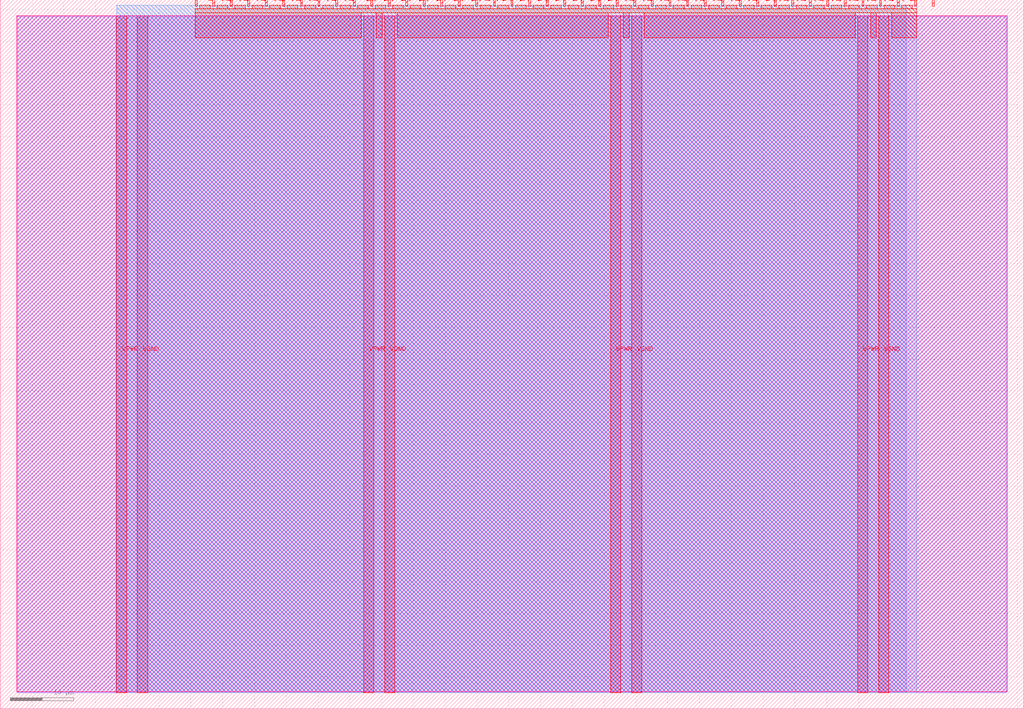
<source format=lef>
VERSION 5.7 ;
  NOWIREEXTENSIONATPIN ON ;
  DIVIDERCHAR "/" ;
  BUSBITCHARS "[]" ;
MACRO tt_um_wokwi_446645853372820481
  CLASS BLOCK ;
  FOREIGN tt_um_wokwi_446645853372820481 ;
  ORIGIN 0.000 0.000 ;
  SIZE 161.000 BY 111.520 ;
  PIN VGND
    DIRECTION INOUT ;
    USE GROUND ;
    PORT
      LAYER met4 ;
        RECT 21.580 2.480 23.180 109.040 ;
    END
    PORT
      LAYER met4 ;
        RECT 60.450 2.480 62.050 109.040 ;
    END
    PORT
      LAYER met4 ;
        RECT 99.320 2.480 100.920 109.040 ;
    END
    PORT
      LAYER met4 ;
        RECT 138.190 2.480 139.790 109.040 ;
    END
  END VGND
  PIN VPWR
    DIRECTION INOUT ;
    USE POWER ;
    PORT
      LAYER met4 ;
        RECT 18.280 2.480 19.880 109.040 ;
    END
    PORT
      LAYER met4 ;
        RECT 57.150 2.480 58.750 109.040 ;
    END
    PORT
      LAYER met4 ;
        RECT 96.020 2.480 97.620 109.040 ;
    END
    PORT
      LAYER met4 ;
        RECT 134.890 2.480 136.490 109.040 ;
    END
  END VPWR
  PIN clk
    DIRECTION INPUT ;
    USE SIGNAL ;
    ANTENNAGATEAREA 0.852000 ;
    PORT
      LAYER met4 ;
        RECT 143.830 110.520 144.130 111.520 ;
    END
  END clk
  PIN ena
    DIRECTION INPUT ;
    USE SIGNAL ;
    PORT
      LAYER met4 ;
        RECT 146.590 110.520 146.890 111.520 ;
    END
  END ena
  PIN rst_n
    DIRECTION INPUT ;
    USE SIGNAL ;
    ANTENNAGATEAREA 0.196500 ;
    PORT
      LAYER met4 ;
        RECT 141.070 110.520 141.370 111.520 ;
    END
  END rst_n
  PIN ui_in[0]
    DIRECTION INPUT ;
    USE SIGNAL ;
    PORT
      LAYER met4 ;
        RECT 138.310 110.520 138.610 111.520 ;
    END
  END ui_in[0]
  PIN ui_in[1]
    DIRECTION INPUT ;
    USE SIGNAL ;
    PORT
      LAYER met4 ;
        RECT 135.550 110.520 135.850 111.520 ;
    END
  END ui_in[1]
  PIN ui_in[2]
    DIRECTION INPUT ;
    USE SIGNAL ;
    PORT
      LAYER met4 ;
        RECT 132.790 110.520 133.090 111.520 ;
    END
  END ui_in[2]
  PIN ui_in[3]
    DIRECTION INPUT ;
    USE SIGNAL ;
    PORT
      LAYER met4 ;
        RECT 130.030 110.520 130.330 111.520 ;
    END
  END ui_in[3]
  PIN ui_in[4]
    DIRECTION INPUT ;
    USE SIGNAL ;
    PORT
      LAYER met4 ;
        RECT 127.270 110.520 127.570 111.520 ;
    END
  END ui_in[4]
  PIN ui_in[5]
    DIRECTION INPUT ;
    USE SIGNAL ;
    PORT
      LAYER met4 ;
        RECT 124.510 110.520 124.810 111.520 ;
    END
  END ui_in[5]
  PIN ui_in[6]
    DIRECTION INPUT ;
    USE SIGNAL ;
    PORT
      LAYER met4 ;
        RECT 121.750 110.520 122.050 111.520 ;
    END
  END ui_in[6]
  PIN ui_in[7]
    DIRECTION INPUT ;
    USE SIGNAL ;
    PORT
      LAYER met4 ;
        RECT 118.990 110.520 119.290 111.520 ;
    END
  END ui_in[7]
  PIN uio_in[0]
    DIRECTION INPUT ;
    USE SIGNAL ;
    PORT
      LAYER met4 ;
        RECT 116.230 110.520 116.530 111.520 ;
    END
  END uio_in[0]
  PIN uio_in[1]
    DIRECTION INPUT ;
    USE SIGNAL ;
    PORT
      LAYER met4 ;
        RECT 113.470 110.520 113.770 111.520 ;
    END
  END uio_in[1]
  PIN uio_in[2]
    DIRECTION INPUT ;
    USE SIGNAL ;
    PORT
      LAYER met4 ;
        RECT 110.710 110.520 111.010 111.520 ;
    END
  END uio_in[2]
  PIN uio_in[3]
    DIRECTION INPUT ;
    USE SIGNAL ;
    PORT
      LAYER met4 ;
        RECT 107.950 110.520 108.250 111.520 ;
    END
  END uio_in[3]
  PIN uio_in[4]
    DIRECTION INPUT ;
    USE SIGNAL ;
    PORT
      LAYER met4 ;
        RECT 105.190 110.520 105.490 111.520 ;
    END
  END uio_in[4]
  PIN uio_in[5]
    DIRECTION INPUT ;
    USE SIGNAL ;
    PORT
      LAYER met4 ;
        RECT 102.430 110.520 102.730 111.520 ;
    END
  END uio_in[5]
  PIN uio_in[6]
    DIRECTION INPUT ;
    USE SIGNAL ;
    PORT
      LAYER met4 ;
        RECT 99.670 110.520 99.970 111.520 ;
    END
  END uio_in[6]
  PIN uio_in[7]
    DIRECTION INPUT ;
    USE SIGNAL ;
    PORT
      LAYER met4 ;
        RECT 96.910 110.520 97.210 111.520 ;
    END
  END uio_in[7]
  PIN uio_oe[0]
    DIRECTION OUTPUT ;
    USE SIGNAL ;
    ANTENNADIFFAREA 0.795200 ;
    PORT
      LAYER met4 ;
        RECT 49.990 110.520 50.290 111.520 ;
    END
  END uio_oe[0]
  PIN uio_oe[1]
    DIRECTION OUTPUT ;
    USE SIGNAL ;
    PORT
      LAYER met4 ;
        RECT 47.230 110.520 47.530 111.520 ;
    END
  END uio_oe[1]
  PIN uio_oe[2]
    DIRECTION OUTPUT ;
    USE SIGNAL ;
    PORT
      LAYER met4 ;
        RECT 44.470 110.520 44.770 111.520 ;
    END
  END uio_oe[2]
  PIN uio_oe[3]
    DIRECTION OUTPUT ;
    USE SIGNAL ;
    PORT
      LAYER met4 ;
        RECT 41.710 110.520 42.010 111.520 ;
    END
  END uio_oe[3]
  PIN uio_oe[4]
    DIRECTION OUTPUT ;
    USE SIGNAL ;
    PORT
      LAYER met4 ;
        RECT 38.950 110.520 39.250 111.520 ;
    END
  END uio_oe[4]
  PIN uio_oe[5]
    DIRECTION OUTPUT ;
    USE SIGNAL ;
    PORT
      LAYER met4 ;
        RECT 36.190 110.520 36.490 111.520 ;
    END
  END uio_oe[5]
  PIN uio_oe[6]
    DIRECTION OUTPUT ;
    USE SIGNAL ;
    PORT
      LAYER met4 ;
        RECT 33.430 110.520 33.730 111.520 ;
    END
  END uio_oe[6]
  PIN uio_oe[7]
    DIRECTION OUTPUT ;
    USE SIGNAL ;
    PORT
      LAYER met4 ;
        RECT 30.670 110.520 30.970 111.520 ;
    END
  END uio_oe[7]
  PIN uio_out[0]
    DIRECTION OUTPUT ;
    USE SIGNAL ;
    ANTENNADIFFAREA 0.445500 ;
    PORT
      LAYER met4 ;
        RECT 72.070 110.520 72.370 111.520 ;
    END
  END uio_out[0]
  PIN uio_out[1]
    DIRECTION OUTPUT ;
    USE SIGNAL ;
    PORT
      LAYER met4 ;
        RECT 69.310 110.520 69.610 111.520 ;
    END
  END uio_out[1]
  PIN uio_out[2]
    DIRECTION OUTPUT ;
    USE SIGNAL ;
    PORT
      LAYER met4 ;
        RECT 66.550 110.520 66.850 111.520 ;
    END
  END uio_out[2]
  PIN uio_out[3]
    DIRECTION OUTPUT ;
    USE SIGNAL ;
    PORT
      LAYER met4 ;
        RECT 63.790 110.520 64.090 111.520 ;
    END
  END uio_out[3]
  PIN uio_out[4]
    DIRECTION OUTPUT ;
    USE SIGNAL ;
    PORT
      LAYER met4 ;
        RECT 61.030 110.520 61.330 111.520 ;
    END
  END uio_out[4]
  PIN uio_out[5]
    DIRECTION OUTPUT ;
    USE SIGNAL ;
    PORT
      LAYER met4 ;
        RECT 58.270 110.520 58.570 111.520 ;
    END
  END uio_out[5]
  PIN uio_out[6]
    DIRECTION OUTPUT ;
    USE SIGNAL ;
    PORT
      LAYER met4 ;
        RECT 55.510 110.520 55.810 111.520 ;
    END
  END uio_out[6]
  PIN uio_out[7]
    DIRECTION OUTPUT ;
    USE SIGNAL ;
    PORT
      LAYER met4 ;
        RECT 52.750 110.520 53.050 111.520 ;
    END
  END uio_out[7]
  PIN uo_out[0]
    DIRECTION OUTPUT ;
    USE SIGNAL ;
    ANTENNADIFFAREA 0.445500 ;
    PORT
      LAYER met4 ;
        RECT 94.150 110.520 94.450 111.520 ;
    END
  END uo_out[0]
  PIN uo_out[1]
    DIRECTION OUTPUT ;
    USE SIGNAL ;
    ANTENNADIFFAREA 0.445500 ;
    PORT
      LAYER met4 ;
        RECT 91.390 110.520 91.690 111.520 ;
    END
  END uo_out[1]
  PIN uo_out[2]
    DIRECTION OUTPUT ;
    USE SIGNAL ;
    ANTENNADIFFAREA 0.445500 ;
    PORT
      LAYER met4 ;
        RECT 88.630 110.520 88.930 111.520 ;
    END
  END uo_out[2]
  PIN uo_out[3]
    DIRECTION OUTPUT ;
    USE SIGNAL ;
    ANTENNADIFFAREA 0.445500 ;
    PORT
      LAYER met4 ;
        RECT 85.870 110.520 86.170 111.520 ;
    END
  END uo_out[3]
  PIN uo_out[4]
    DIRECTION OUTPUT ;
    USE SIGNAL ;
    ANTENNADIFFAREA 0.445500 ;
    PORT
      LAYER met4 ;
        RECT 83.110 110.520 83.410 111.520 ;
    END
  END uo_out[4]
  PIN uo_out[5]
    DIRECTION OUTPUT ;
    USE SIGNAL ;
    ANTENNADIFFAREA 0.445500 ;
    PORT
      LAYER met4 ;
        RECT 80.350 110.520 80.650 111.520 ;
    END
  END uo_out[5]
  PIN uo_out[6]
    DIRECTION OUTPUT ;
    USE SIGNAL ;
    ANTENNADIFFAREA 0.445500 ;
    PORT
      LAYER met4 ;
        RECT 77.590 110.520 77.890 111.520 ;
    END
  END uo_out[6]
  PIN uo_out[7]
    DIRECTION OUTPUT ;
    USE SIGNAL ;
    ANTENNADIFFAREA 0.445500 ;
    PORT
      LAYER met4 ;
        RECT 74.830 110.520 75.130 111.520 ;
    END
  END uo_out[7]
  OBS
      LAYER nwell ;
        RECT 2.570 2.635 158.430 108.990 ;
      LAYER li1 ;
        RECT 2.760 2.635 158.240 108.885 ;
      LAYER met1 ;
        RECT 2.760 2.480 158.240 109.040 ;
      LAYER met2 ;
        RECT 18.310 2.535 142.510 110.685 ;
      LAYER met3 ;
        RECT 18.290 2.555 144.170 110.665 ;
      LAYER met4 ;
        RECT 31.370 110.120 33.030 110.665 ;
        RECT 34.130 110.120 35.790 110.665 ;
        RECT 36.890 110.120 38.550 110.665 ;
        RECT 39.650 110.120 41.310 110.665 ;
        RECT 42.410 110.120 44.070 110.665 ;
        RECT 45.170 110.120 46.830 110.665 ;
        RECT 47.930 110.120 49.590 110.665 ;
        RECT 50.690 110.120 52.350 110.665 ;
        RECT 53.450 110.120 55.110 110.665 ;
        RECT 56.210 110.120 57.870 110.665 ;
        RECT 58.970 110.120 60.630 110.665 ;
        RECT 61.730 110.120 63.390 110.665 ;
        RECT 64.490 110.120 66.150 110.665 ;
        RECT 67.250 110.120 68.910 110.665 ;
        RECT 70.010 110.120 71.670 110.665 ;
        RECT 72.770 110.120 74.430 110.665 ;
        RECT 75.530 110.120 77.190 110.665 ;
        RECT 78.290 110.120 79.950 110.665 ;
        RECT 81.050 110.120 82.710 110.665 ;
        RECT 83.810 110.120 85.470 110.665 ;
        RECT 86.570 110.120 88.230 110.665 ;
        RECT 89.330 110.120 90.990 110.665 ;
        RECT 92.090 110.120 93.750 110.665 ;
        RECT 94.850 110.120 96.510 110.665 ;
        RECT 97.610 110.120 99.270 110.665 ;
        RECT 100.370 110.120 102.030 110.665 ;
        RECT 103.130 110.120 104.790 110.665 ;
        RECT 105.890 110.120 107.550 110.665 ;
        RECT 108.650 110.120 110.310 110.665 ;
        RECT 111.410 110.120 113.070 110.665 ;
        RECT 114.170 110.120 115.830 110.665 ;
        RECT 116.930 110.120 118.590 110.665 ;
        RECT 119.690 110.120 121.350 110.665 ;
        RECT 122.450 110.120 124.110 110.665 ;
        RECT 125.210 110.120 126.870 110.665 ;
        RECT 127.970 110.120 129.630 110.665 ;
        RECT 130.730 110.120 132.390 110.665 ;
        RECT 133.490 110.120 135.150 110.665 ;
        RECT 136.250 110.120 137.910 110.665 ;
        RECT 139.010 110.120 140.670 110.665 ;
        RECT 141.770 110.120 143.430 110.665 ;
        RECT 30.655 109.440 144.145 110.120 ;
        RECT 30.655 105.575 56.750 109.440 ;
        RECT 59.150 105.575 60.050 109.440 ;
        RECT 62.450 105.575 95.620 109.440 ;
        RECT 98.020 105.575 98.920 109.440 ;
        RECT 101.320 105.575 134.490 109.440 ;
        RECT 136.890 105.575 137.790 109.440 ;
        RECT 140.190 105.575 144.145 109.440 ;
  END
END tt_um_wokwi_446645853372820481
END LIBRARY


</source>
